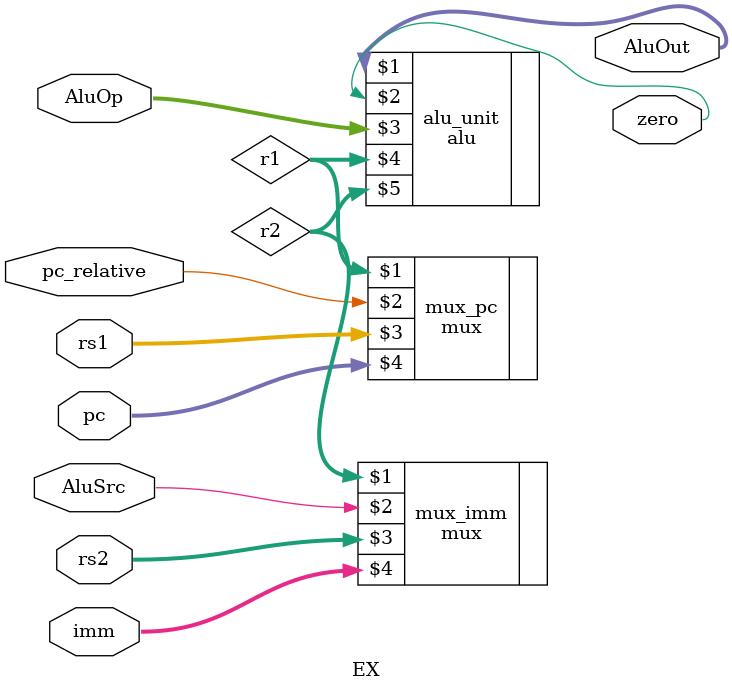
<source format=sv>
module EX (
    output logic [31:0] AluOut,
    output bit zero,
    input logic [31:0] pc, rs1, rs2, imm,
    input logic [3:0] AluOp,
    input bit AluSrc, pc_relative
);
    logic [31:0] r1, r2;
    mux mux_imm(r2, AluSrc, rs2, imm);
    mux mux_pc(r1, pc_relative, rs1, pc);
    alu #(32) alu_unit(AluOut, zero, AluOp, r1, r2);
endmodule

</source>
